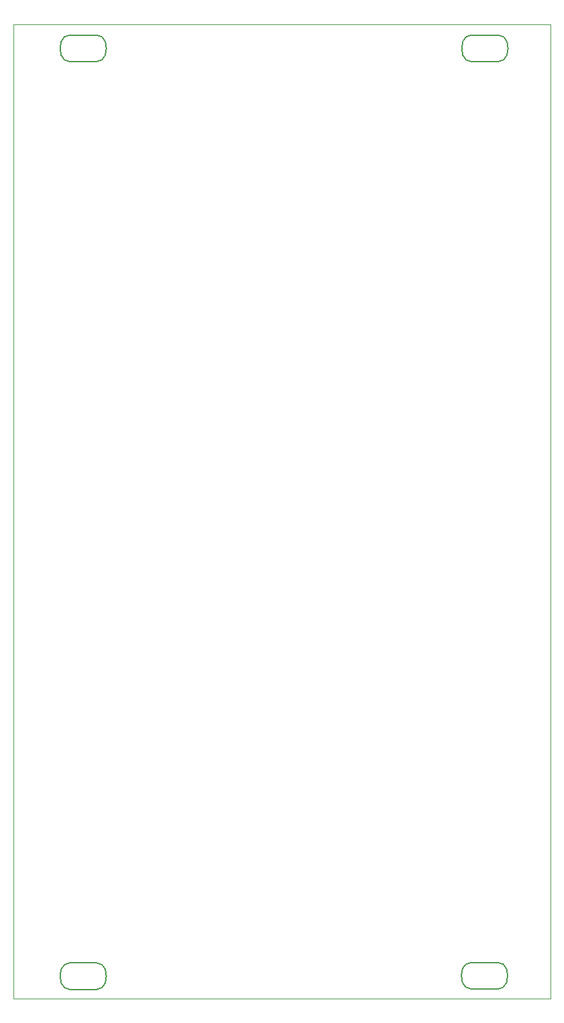
<source format=gbr>
G04 #@! TF.GenerationSoftware,KiCad,Pcbnew,(5.1.6)-1*
G04 #@! TF.CreationDate,2021-08-06T14:06:35+02:00*
G04 #@! TF.ProjectId,Panel Clean,50616e65-6c20-4436-9c65-616e2e6b6963,rev?*
G04 #@! TF.SameCoordinates,Original*
G04 #@! TF.FileFunction,Copper,L2,Bot*
G04 #@! TF.FilePolarity,Positive*
%FSLAX46Y46*%
G04 Gerber Fmt 4.6, Leading zero omitted, Abs format (unit mm)*
G04 Created by KiCad (PCBNEW (5.1.6)-1) date 2021-08-06 14:06:35*
%MOMM*%
%LPD*%
G01*
G04 APERTURE LIST*
G04 #@! TA.AperFunction,Profile*
%ADD10C,0.200000*%
G04 #@! TD*
G04 #@! TA.AperFunction,Profile*
%ADD11C,0.050000*%
G04 #@! TD*
G04 APERTURE END LIST*
D10*
X243664396Y-27960800D02*
G75*
G02*
X242518396Y-28803800I-1145666J357000D01*
G01*
X237840405Y-26146801D02*
G75*
G02*
X238986403Y-25303801I1145665J-356999D01*
G01*
X242518396Y-25303800D02*
G75*
G02*
X243664396Y-26146800I334J-1200000D01*
G01*
X238986400Y-28803800D02*
X242518399Y-28803800D01*
X237840402Y-27960799D02*
G75*
G02*
X237840402Y-26146801I2911998J906999D01*
G01*
X238986405Y-28803801D02*
G75*
G02*
X237840403Y-27960801I-335J1200001D01*
G01*
X242518399Y-25303800D02*
X238986400Y-25303800D01*
X243664398Y-26146802D02*
G75*
G02*
X243664397Y-27960800I-2911998J-906998D01*
G01*
X243613596Y-150310000D02*
G75*
G02*
X242467596Y-151153000I-1145666J357000D01*
G01*
X238935600Y-151153000D02*
X242467599Y-151153000D01*
X238935605Y-151153001D02*
G75*
G02*
X237789603Y-150310001I-335J1200001D01*
G01*
X243613598Y-148496002D02*
G75*
G02*
X243613597Y-150310000I-2911998J-906998D01*
G01*
X237789605Y-148496001D02*
G75*
G02*
X238935603Y-147653001I1145665J-356999D01*
G01*
X242467599Y-147653000D02*
X238935600Y-147653000D01*
X242467596Y-147653000D02*
G75*
G02*
X243613596Y-148496000I334J-1200000D01*
G01*
X237789602Y-150309999D02*
G75*
G02*
X237789602Y-148496001I2911998J906999D01*
G01*
X190664396Y-27960800D02*
G75*
G02*
X189518396Y-28803800I-1145666J357000D01*
G01*
X184840405Y-26146801D02*
G75*
G02*
X185986403Y-25303801I1145665J-356999D01*
G01*
X189518396Y-25303800D02*
G75*
G02*
X190664396Y-26146800I334J-1200000D01*
G01*
X185986400Y-28803800D02*
X189518399Y-28803800D01*
X190664396Y-150360800D02*
G75*
G02*
X189518396Y-151203800I-1145666J357000D01*
G01*
X185986400Y-151203800D02*
X189518399Y-151203800D01*
X185986405Y-151203801D02*
G75*
G02*
X184840403Y-150360801I-335J1200001D01*
G01*
X184840402Y-27960799D02*
G75*
G02*
X184840402Y-26146801I2911998J906999D01*
G01*
X190664398Y-148546802D02*
G75*
G02*
X190664397Y-150360800I-2911998J-906998D01*
G01*
X184840405Y-148546801D02*
G75*
G02*
X185986403Y-147703801I1145665J-356999D01*
G01*
X189518399Y-147703800D02*
X185986400Y-147703800D01*
X185986405Y-28803801D02*
G75*
G02*
X184840403Y-27960801I-335J1200001D01*
G01*
X189518396Y-147703800D02*
G75*
G02*
X190664396Y-148546800I334J-1200000D01*
G01*
X189518399Y-25303800D02*
X185986400Y-25303800D01*
X190664398Y-26146802D02*
G75*
G02*
X190664397Y-27960800I-2911998J-906998D01*
G01*
X184840402Y-150360799D02*
G75*
G02*
X184840402Y-148546801I2911998J906999D01*
G01*
D11*
X178570000Y-23910000D02*
X249420000Y-23910000D01*
X178570000Y-152400000D02*
X178570000Y-23910000D01*
X178570000Y-152400000D02*
X249420000Y-152400000D01*
X249420000Y-152400000D02*
X249420000Y-23910000D01*
M02*

</source>
